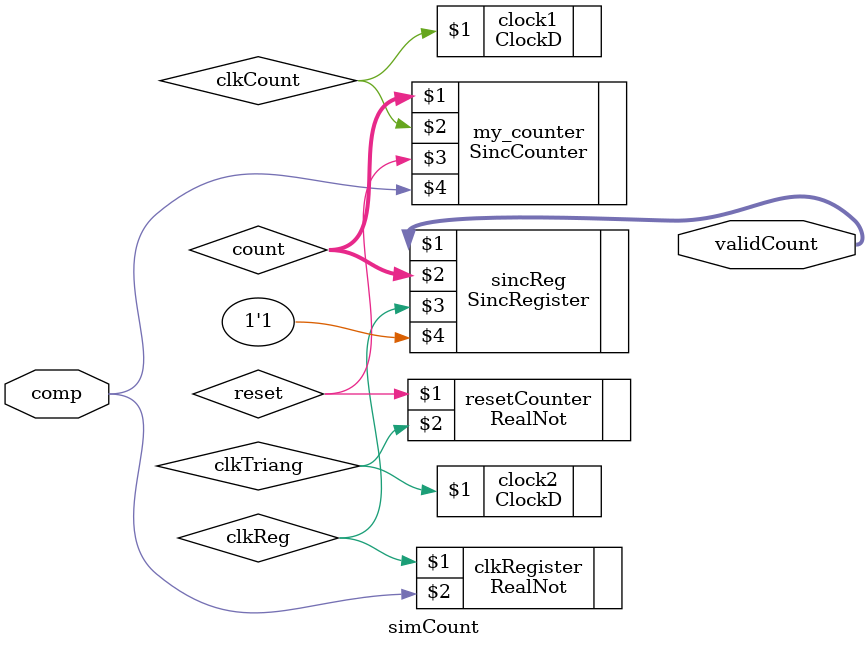
<source format=v>
`timescale 100ns / 100ns

/*  SIMULACION DEL MODULO CON EL CONTADOR:
      Funcionamiento: Mientras comp sea 1, el contador aumenta su valor. Cuando comp pasa a 0, se frena
        y el registro sincronico muestra el valor de la cuenta. 
      Recibe: Comp: salida del comparador de la triangular con el joysitick. comp=1 cuando joytick > triangular  
      Devuelve: validCount: valor que tiene el registro sincronico en todo momento  */

module simCount(validCount, comp);

  parameter PERIOD = 1e3, WIDTH = 7;

  input comp;
  output wire [WIDTH-1:0] validCount;  //aca estaran los valores finales de cada periodo. Valores que se pueden mostrar en el refresh

  // My signal definitions
  wire clkCount, clkTriang;

  ClockD #( 
    .PERIOD(PERIOD) 
  ) clock1(clkCount);  //clock del contador, 10kHz

  ClockD #( 
    .PERIOD(200*PERIOD), //este clock debe ser 200 veces mas lento que el otro, para contar de 0 a 99 y despues bajar 
    .FIRST(1) 
  ) clock2(clkTriang);     //clock con la frecuencia de la triangular(50Hz) resetea el contador, arranca en 1 (triangular en subida)

  wire[WIDTH - 1 :0] count; //aca se lleva la cuenta
  RealNot #( .DELAY(15) ) resetCounter(reset, clkTriang); //La NOT tiene un delay maximo de 15ns http://www.ti.com/lit/ds/symlink/sn54ls04-sp.pdf
  SincCounter #( .WIDTH(WIDTH), .DELAY(5) ) my_counter ( count,   //los flip-flops tienen un delay maximo de 50ns https://www.ti.com/lit/ds/symlink/cd74hc175.pdf
                                                         clkCount, 
                                                         reset, //cuando la triangular esta en bajada (clkTriang = 0) el contador se resetea.
                                                         comp); //si el comparador ya tiene un valor valido (comp = 0), se deshabilita el contador

  wire clkReg;
  RealNot #( .DELAY(15) ) clkRegister(clkReg, comp); 
  SincRegister #( .WIDTH(WIDTH), .DELAY(20) ) sincReg( validCount, //los latch tienen un delay maximo de 200ns http://www.ti.com/lit/ds/symlink/cd4508b.pdf
                                                       count,  //mostrara valores del contador
                                                       clkReg, //cuando el comparador pase a 0 (la triangular paso al joystick) cambia su valor porque tiene una entrada valida
                                                       1'b1 );    //nunca queremos que se resetee porque siempre debe tener valores validos para mostrar

endmodule
</source>
